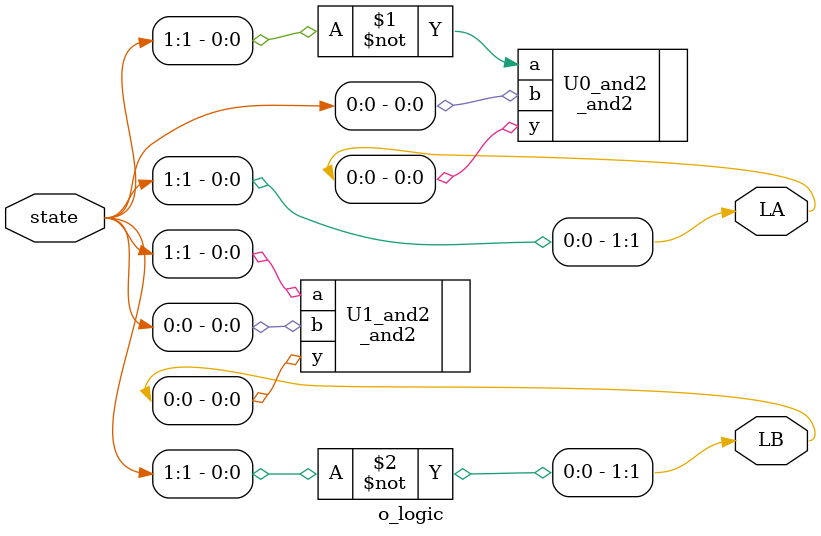
<source format=v>
module o_logic(state, LA, LB);
    // Inputs
    input [1:0] state; // 2-bit state input
    
    // Outputs
    output [1:0] LA, LB; // 2-bit outputs LA and LB
    
    // Assign LA[1] to state[1]
    assign LA[1] = state[1];
    
    // AND gate U0_and2 for LA[0]
    _and2 U0_and2(.a(~state[1]), .b(state[0]), .y(LA[0])); // LA[0] = ~state[1] & state[0]
    
    // Assign LB[1] to ~state[1]
    assign LB[1] = ~state[1];
    
    // AND gate U1_and2 for LB[0]
    _and2 U1_and2(.a(state[1]), .b(state[0]), .y(LB[0])); // LB[0] = state[1] & state[0]
endmodule

</source>
